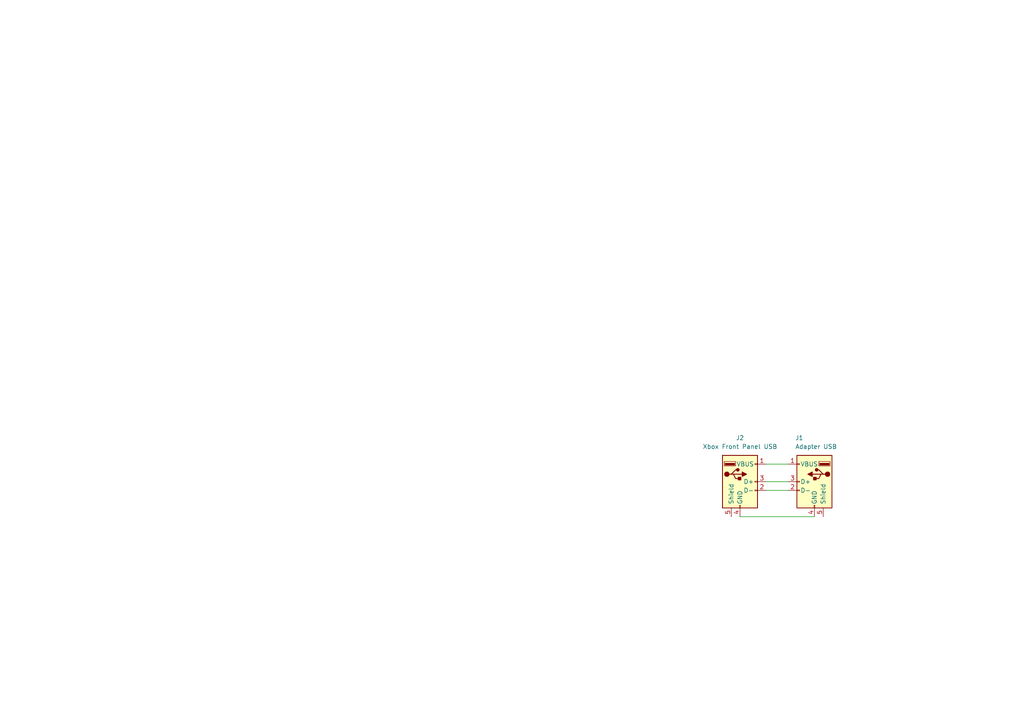
<source format=kicad_sch>
(kicad_sch (version 20231120) (generator "eeschema") (generator_version "8.0")
  (paper "A4")
  (title_block (title "Original Xbox front controller port USB adapter PCB"))
  (lib_symbols
    (symbol "Connector:USB_A" (pin_names (offset 1.016))
      (property "Reference" "J" (at -5.08 11.43 0))
      (property "Value" "USB_A" (at -5.08 8.89 0))
      (symbol "USB_A_0_1"
        (rectangle (start -5.08 -7.62) (end 5.08 7.62) (stroke (width 0.254)) (fill (type background)))
        (circle (center -3.81 2.159) (radius 0.635) (stroke (width 0.254)) (fill (type outline)))
        (rectangle (start -1.524 4.826) (end -4.318 5.334) (fill (type outline)))
        (rectangle (start -1.27 4.572) (end -4.572 5.842))
        (circle (center -0.635 3.429) (radius 0.381) (stroke (width 0.254)) (fill (type outline)))
        (rectangle (start -0.127 -7.62) (end 0.127 -6.858))
        (polyline (pts (xy -3.175 2.159) (xy -2.54 2.159) (xy -1.27 3.429) (xy -0.635 3.429)) (stroke (width 0.254)))
        (polyline (pts (xy -2.54 2.159) (xy -1.905 2.159) (xy -1.27 0.889) (xy 0 0.889)) (stroke (width 0.254)))
        (polyline (pts (xy 0.635 2.794) (xy 0.635 1.524) (xy 1.905 2.159) (xy 0.635 2.794)) (stroke (width 0.254)) (fill (type outline)))
        (rectangle (start 0.254 1.27) (end -0.508 0.508) (stroke (width 0.254)) (fill (type outline)))
        (rectangle (start 5.08 -2.667) (end 4.318 -2.413))
        (rectangle (start 5.08 -0.127) (end 4.318 0.127))
        (rectangle (start 5.08 4.953) (end 4.318 5.207))
      )
      (symbol "USB_A_1_1"
        (polyline (pts (xy -1.905 2.159) (xy 0.635 2.159)) (stroke (width 0.254)))
        (pin power_in line (at 7.62 5.08 180) (length 2.54) (name "VBUS") (number "1"))
        (pin bidirectional line (at 7.62 -2.54 180) (length 2.54) (name "D-") (number "2"))
        (pin bidirectional line (at 7.62 0 180) (length 2.54) (name "D+") (number "3"))
        (pin power_in line (at 0 -10.16 90) (length 2.54) (name "GND") (number "4"))
        (pin passive line (at -2.54 -10.16 90) (length 2.54) (name "Shield") (number "5"))
      )
    )
  )
  (wire (pts (xy 214.63 149.86) (xy 236.22 149.86)))
  (wire (pts (xy 222.25 134.62) (xy 228.6 134.62)))
  (wire (pts (xy 222.25 139.7) (xy 228.6 139.7)))
  (wire (pts (xy 222.25 142.24) (xy 228.6 142.24)))
  (symbol (lib_id "Connector:USB_A") (at 236.22 139.7 0) (mirror y) (unit 1)
    (property "Reference" "J1" (at 230.632 127 0) (effects (justify right)))
    (property "Value" "Adapter USB" (at 230.632 129.54 0) (effects (justify right)))
    (property "Footprint" "Connector_USB:USB_A_Stewart_SS-52100-001_Horizontal" (effects (hide yes)))
    (property "Description" "USB Type A connector" (effects (hide yes)))
  )
  (symbol (lib_id "Connector:USB_A") (at 214.63 139.7 0) (unit 1)
    (property "Reference" "J2" (at 214.63 127 0))
    (property "Value" "Xbox Front Panel USB" (at 214.63 129.54 0))
    (property "Footprint" "OGXLibrary:ogx_front_panel_usb_male" (effects (hide yes)))
    (property "Description" "USB Type A connector" (effects (hide yes)))
  )
)
</source>
